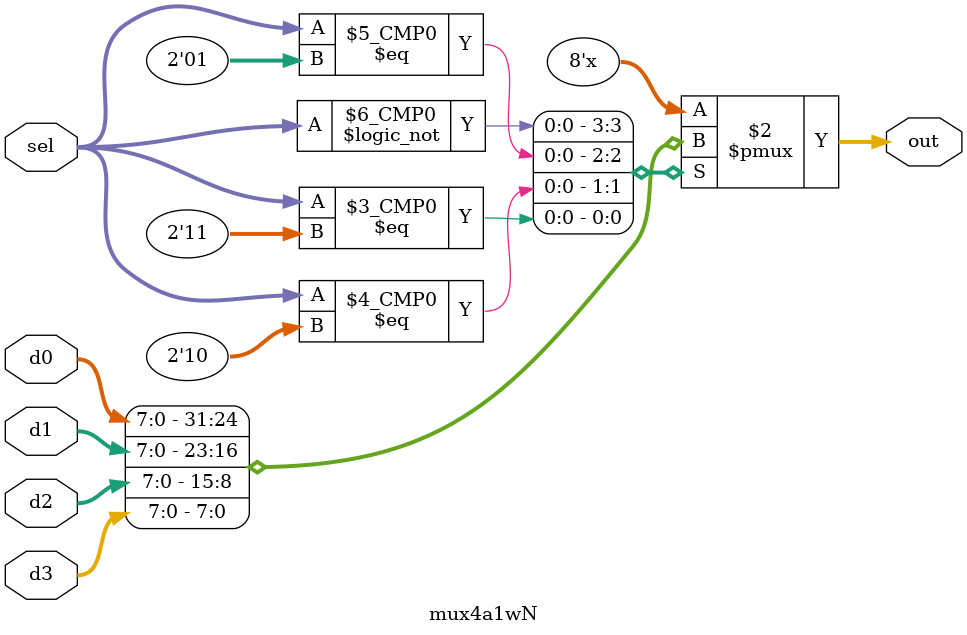
<source format=sv>
`timescale 1ns / 1ps


module mux4a1wN #(
    parameter N = 8
)(
    input logic [N - 1 : 0] d0, d1, d2, d3,
    input logic [1 : 0] sel,
    output logic [N - 1 : 0] out
);

// Internal Signals

// Hardware
always_comb begin
    case(sel)
        2'b00 : out = d0;
        2'b01 : out = d1;
        2'b10 : out = d2;
        2'b11 : out = d3;
        default : out = 4'bXXXX;
    endcase
end;

endmodule

</source>
